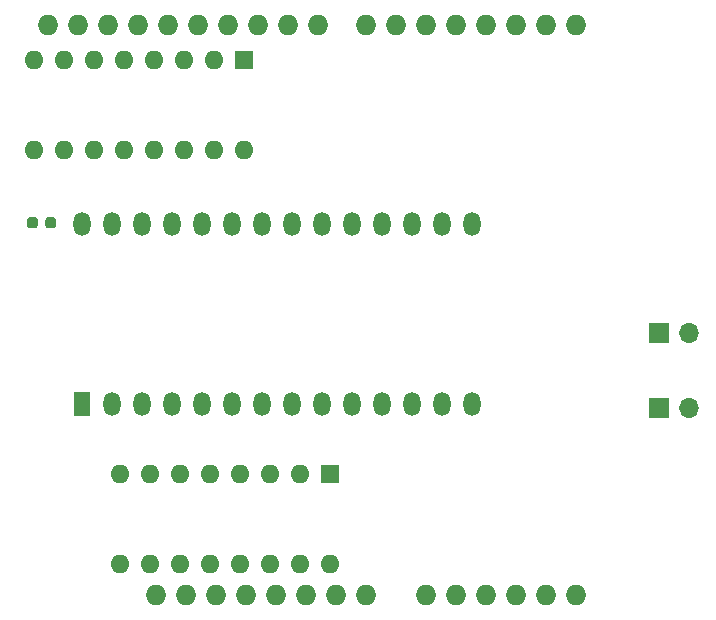
<source format=gbr>
%TF.GenerationSoftware,KiCad,Pcbnew,(5.1.9)-1*%
%TF.CreationDate,2023-04-19T23:26:57+02:00*%
%TF.ProjectId,w27c512_ardu_prog_K24DP6B78EA,77323763-3531-4325-9f61-7264755f7072,rev?*%
%TF.SameCoordinates,Original*%
%TF.FileFunction,Soldermask,Bot*%
%TF.FilePolarity,Negative*%
%FSLAX46Y46*%
G04 Gerber Fmt 4.6, Leading zero omitted, Abs format (unit mm)*
G04 Created by KiCad (PCBNEW (5.1.9)-1) date 2023-04-19 23:26:57*
%MOMM*%
%LPD*%
G01*
G04 APERTURE LIST*
%ADD10O,1.727200X1.727200*%
%ADD11O,1.440000X2.000000*%
%ADD12R,1.440000X2.000000*%
%ADD13O,1.600000X1.600000*%
%ADD14R,1.600000X1.600000*%
%ADD15O,1.700000X1.700000*%
%ADD16R,1.700000X1.700000*%
G04 APERTURE END LIST*
D10*
%TO.C,XA1*%
X175820000Y-111110000D03*
X173280000Y-111110000D03*
X170740000Y-111110000D03*
X168200000Y-111110000D03*
X165660000Y-111110000D03*
X140260000Y-111110000D03*
X146356000Y-62850000D03*
X143816000Y-62850000D03*
X141276000Y-62850000D03*
X136196000Y-62850000D03*
X133656000Y-62850000D03*
X131116000Y-62850000D03*
X148896000Y-62850000D03*
X151436000Y-62850000D03*
X153976000Y-62850000D03*
X138736000Y-62850000D03*
X158040000Y-62850000D03*
X160580000Y-62850000D03*
X163120000Y-62850000D03*
X165660000Y-62850000D03*
X168200000Y-62850000D03*
X170740000Y-62850000D03*
X173280000Y-62850000D03*
X175820000Y-62850000D03*
X142800000Y-111110000D03*
X145340000Y-111110000D03*
X147880000Y-111110000D03*
X150420000Y-111110000D03*
X152960000Y-111110000D03*
X155500000Y-111110000D03*
X158040000Y-111110000D03*
X163120000Y-111110000D03*
%TD*%
D11*
%TO.C,XU1*%
X167020000Y-79660000D03*
X167020000Y-94900000D03*
X164480000Y-79660000D03*
X164480000Y-94900000D03*
X161940000Y-79660000D03*
X161940000Y-94900000D03*
X159400000Y-79660000D03*
X159400000Y-94900000D03*
X156860000Y-79660000D03*
X156860000Y-94900000D03*
X154320000Y-79660000D03*
X154320000Y-94900000D03*
X151780000Y-79660000D03*
X151780000Y-94900000D03*
X149240000Y-79660000D03*
X149240000Y-94900000D03*
X146700000Y-79660000D03*
X146700000Y-94900000D03*
X144160000Y-79660000D03*
X144160000Y-94900000D03*
X141620000Y-79660000D03*
X141620000Y-94900000D03*
X139080000Y-79660000D03*
X139080000Y-94900000D03*
X136540000Y-79660000D03*
X136540000Y-94900000D03*
X134000000Y-79660000D03*
D12*
X134000000Y-94900000D03*
%TD*%
D13*
%TO.C,U2*%
X147700000Y-73420000D03*
X129920000Y-65800000D03*
X145160000Y-73420000D03*
X132460000Y-65800000D03*
X142620000Y-73420000D03*
X135000000Y-65800000D03*
X140080000Y-73420000D03*
X137540000Y-65800000D03*
X137540000Y-73420000D03*
X140080000Y-65800000D03*
X135000000Y-73420000D03*
X142620000Y-65800000D03*
X132460000Y-73420000D03*
X145160000Y-65800000D03*
X129920000Y-73420000D03*
D14*
X147700000Y-65800000D03*
%TD*%
D13*
%TO.C,U1*%
X155000000Y-108520000D03*
X137220000Y-100900000D03*
X152460000Y-108520000D03*
X139760000Y-100900000D03*
X149920000Y-108520000D03*
X142300000Y-100900000D03*
X147380000Y-108520000D03*
X144840000Y-100900000D03*
X144840000Y-108520000D03*
X147380000Y-100900000D03*
X142300000Y-108520000D03*
X149920000Y-100900000D03*
X139760000Y-108520000D03*
X152460000Y-100900000D03*
X137220000Y-108520000D03*
D14*
X155000000Y-100900000D03*
%TD*%
D15*
%TO.C,J2*%
X185420000Y-95250000D03*
D16*
X182880000Y-95250000D03*
%TD*%
D15*
%TO.C,J1*%
X185420000Y-88900000D03*
D16*
X182880000Y-88900000D03*
%TD*%
%TO.C,C1*%
G36*
G01*
X130275000Y-79350000D02*
X130275000Y-79850000D01*
G75*
G02*
X130050000Y-80075000I-225000J0D01*
G01*
X129600000Y-80075000D01*
G75*
G02*
X129375000Y-79850000I0J225000D01*
G01*
X129375000Y-79350000D01*
G75*
G02*
X129600000Y-79125000I225000J0D01*
G01*
X130050000Y-79125000D01*
G75*
G02*
X130275000Y-79350000I0J-225000D01*
G01*
G37*
G36*
G01*
X131825000Y-79350000D02*
X131825000Y-79850000D01*
G75*
G02*
X131600000Y-80075000I-225000J0D01*
G01*
X131150000Y-80075000D01*
G75*
G02*
X130925000Y-79850000I0J225000D01*
G01*
X130925000Y-79350000D01*
G75*
G02*
X131150000Y-79125000I225000J0D01*
G01*
X131600000Y-79125000D01*
G75*
G02*
X131825000Y-79350000I0J-225000D01*
G01*
G37*
%TD*%
M02*

</source>
